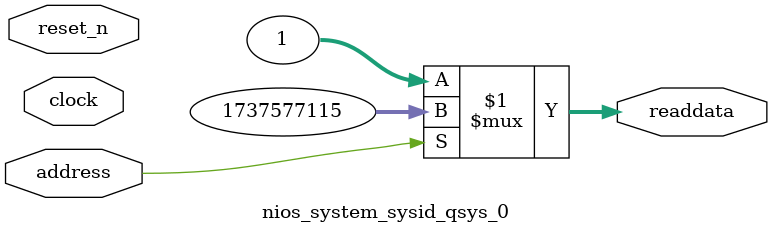
<source format=v>



// synthesis translate_off
`timescale 1ns / 1ps
// synthesis translate_on

// turn off superfluous verilog processor warnings 
// altera message_level Level1 
// altera message_off 10034 10035 10036 10037 10230 10240 10030 

module nios_system_sysid_qsys_0 (
               // inputs:
                address,
                clock,
                reset_n,

               // outputs:
                readdata
             )
;

  output  [ 31: 0] readdata;
  input            address;
  input            clock;
  input            reset_n;

  wire    [ 31: 0] readdata;
  //control_slave, which is an e_avalon_slave
  assign readdata = address ? 1737577115 : 1;

endmodule



</source>
